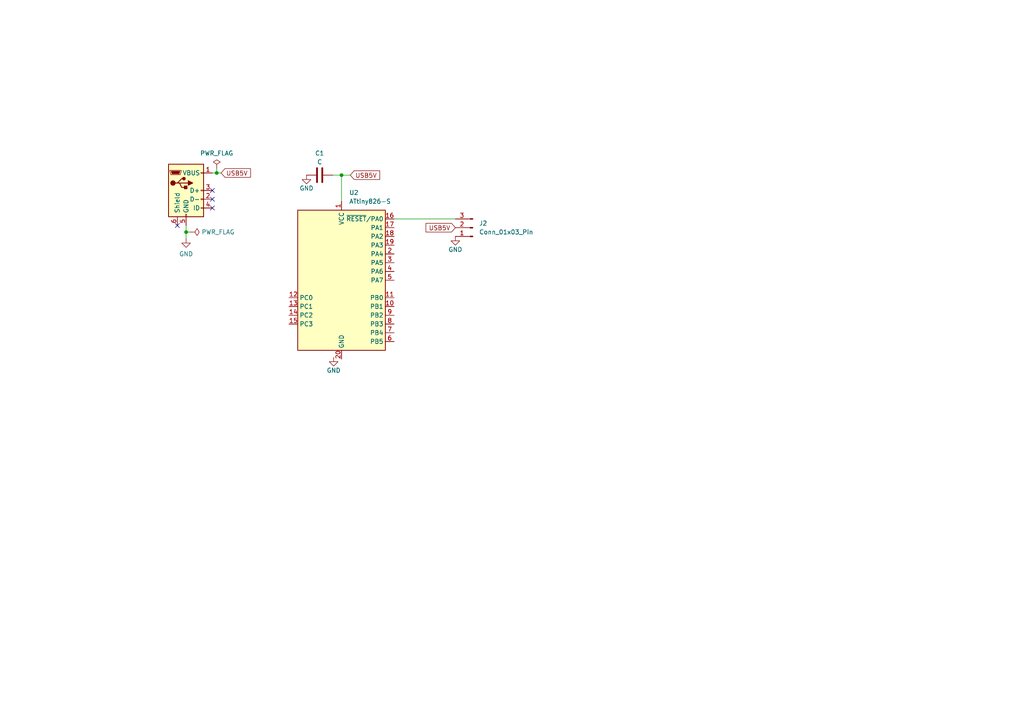
<source format=kicad_sch>
(kicad_sch (version 20230121) (generator eeschema)
  (paper "A4")
  (lib_symbols
    (symbol "Connector:Conn_01x03_Pin" (pin_names (offset 1.016) hide)
      (property "Reference" "J" (at 0 5.08 0))
      (property "Value" "Conn_01x03_Pin" (at 0 -5.08 0))
      (symbol "Conn_01x03_Pin_1_1"
        (polyline (pts (xy 1.27 -2.54) (xy 0.8636 -2.54)) (stroke (width 0.1524)))
        (polyline (pts (xy 1.27 0) (xy 0.8636 0)) (stroke (width 0.1524)))
        (polyline (pts (xy 1.27 2.54) (xy 0.8636 2.54)) (stroke (width 0.1524)))
        (rectangle (start 0.8636 -2.413) (end 0 -2.667) (stroke (width 0.1524)) (fill (type outline)))
        (rectangle (start 0.8636 0.127) (end 0 -0.127) (stroke (width 0.1524)) (fill (type outline)))
        (rectangle (start 0.8636 2.667) (end 0 2.413) (stroke (width 0.1524)) (fill (type outline)))
        (pin passive line (at 5.08 2.54 180) (length 3.81) (name "Pin_1") (number "1"))
        (pin passive line (at 5.08 0 180) (length 3.81) (name "Pin_2") (number "2"))
        (pin passive line (at 5.08 -2.54 180) (length 3.81) (name "Pin_3") (number "3"))
      )
    )
    (symbol "Connector:USB_B_Micro" (pin_names (offset 1.016))
      (property "Reference" "J" (at -5.08 11.43 0))
      (property "Value" "USB_B_Micro" (at -5.08 8.89 0))
      (symbol "USB_B_Micro_0_1"
        (rectangle (start -5.08 -7.62) (end 5.08 7.62) (stroke (width 0.254)) (fill (type background)))
        (circle (center -3.81 2.159) (radius 0.635) (stroke (width 0.254)) (fill (type outline)))
        (circle (center -0.635 3.429) (radius 0.381) (stroke (width 0.254)) (fill (type outline)))
        (rectangle (start -0.127 -7.62) (end 0.127 -6.858))
        (polyline (pts (xy -1.905 2.159) (xy 0.635 2.159)) (stroke (width 0.254)))
        (polyline (pts (xy -3.175 2.159) (xy -2.54 2.159) (xy -1.27 3.429) (xy -0.635 3.429)) (stroke (width 0.254)))
        (polyline (pts (xy -2.54 2.159) (xy -1.905 2.159) (xy -1.27 0.889) (xy 0 0.889)) (stroke (width 0.254)))
        (polyline (pts (xy 0.635 2.794) (xy 0.635 1.524) (xy 1.905 2.159) (xy 0.635 2.794)) (stroke (width 0.254)) (fill (type outline)))
        (polyline (pts (xy -4.318 5.588) (xy -1.778 5.588) (xy -2.032 4.826) (xy -4.064 4.826) (xy -4.318 5.588)) (fill (type outline)))
        (polyline (pts (xy -4.699 5.842) (xy -4.699 5.588) (xy -4.445 4.826) (xy -4.445 4.572) (xy -1.651 4.572) (xy -1.651 4.826) (xy -1.397 5.588) (xy -1.397 5.842) (xy -4.699 5.842)))
        (rectangle (start 0.254 1.27) (end -0.508 0.508) (stroke (width 0.254)) (fill (type outline)))
        (rectangle (start 5.08 -5.207) (end 4.318 -4.953))
        (rectangle (start 5.08 -2.667) (end 4.318 -2.413))
        (rectangle (start 5.08 -0.127) (end 4.318 0.127))
        (rectangle (start 5.08 4.953) (end 4.318 5.207))
      )
      (symbol "USB_B_Micro_1_1"
        (pin power_out line (at 7.62 5.08 180) (length 2.54) (name "VBUS") (number "1"))
        (pin bidirectional line (at 7.62 -2.54 180) (length 2.54) (name "D-") (number "2"))
        (pin bidirectional line (at 7.62 0 180) (length 2.54) (name "D+") (number "3"))
        (pin passive line (at 7.62 -5.08 180) (length 2.54) (name "ID") (number "4"))
        (pin power_out line (at 0 -10.16 90) (length 2.54) (name "GND") (number "5"))
        (pin passive line (at -2.54 -10.16 90) (length 2.54) (name "Shield") (number "6"))
      )
    )
    (symbol "Device:C" (pin_numbers hide) (pin_names (offset 0.254))
      (property "Reference" "C" (at 0.635 2.54 0))
      (property "Value" "C" (at 0.635 -2.54 0))
      (symbol "C_0_1"
        (polyline (pts (xy -2.032 -0.762) (xy 2.032 -0.762)) (stroke (width 0.508)))
        (polyline (pts (xy -2.032 0.762) (xy 2.032 0.762)) (stroke (width 0.508)))
      )
      (symbol "C_1_1"
        (pin passive line (at 0 3.81 270) (length 2.794) (name "~") (number "1"))
        (pin passive line (at 0 -3.81 90) (length 2.794) (name "~") (number "2"))
      )
    )
    (symbol "MCU_Microchip_ATtiny:ATtiny826-S"
      (property "Reference" "U" (at -12.7 21.59 0))
      (property "Value" "ATtiny826-S" (at 2.54 -21.59 0))
      (symbol "ATtiny826-S_0_1"
        (rectangle (start -12.7 -20.32) (end 12.7 20.32) (stroke (width 0.254)) (fill (type background)))
      )
      (symbol "ATtiny826-S_1_1"
        (pin power_in line (at 0 22.86 270) (length 2.54) (name "VCC") (number "1"))
        (pin bidirectional line (at 15.24 -7.62 180) (length 2.54) (name "PB1") (number "10"))
        (pin bidirectional line (at 15.24 -5.08 180) (length 2.54) (name "PB0") (number "11"))
        (pin bidirectional line (at -15.24 -5.08 0) (length 2.54) (name "PC0") (number "12"))
        (pin bidirectional line (at -15.24 -7.62 0) (length 2.54) (name "PC1") (number "13"))
        (pin bidirectional line (at -15.24 -10.16 0) (length 2.54) (name "PC2") (number "14"))
        (pin bidirectional line (at -15.24 -12.7 0) (length 2.54) (name "PC3") (number "15"))
        (pin bidirectional line (at 15.24 17.78 180) (length 2.54) (name "~{RESET}/PA0") (number "16"))
        (pin bidirectional line (at 15.24 15.24 180) (length 2.54) (name "PA1") (number "17"))
        (pin bidirectional line (at 15.24 12.7 180) (length 2.54) (name "PA2") (number "18"))
        (pin bidirectional line (at 15.24 10.16 180) (length 2.54) (name "PA3") (number "19"))
        (pin bidirectional line (at 15.24 7.62 180) (length 2.54) (name "PA4") (number "2"))
        (pin power_in line (at 0 -22.86 90) (length 2.54) (name "GND") (number "20"))
        (pin bidirectional line (at 15.24 5.08 180) (length 2.54) (name "PA5") (number "3"))
        (pin bidirectional line (at 15.24 2.54 180) (length 2.54) (name "PA6") (number "4"))
        (pin bidirectional line (at 15.24 0 180) (length 2.54) (name "PA7") (number "5"))
        (pin bidirectional line (at 15.24 -17.78 180) (length 2.54) (name "PB5") (number "6"))
        (pin bidirectional line (at 15.24 -15.24 180) (length 2.54) (name "PB4") (number "7"))
        (pin bidirectional line (at 15.24 -12.7 180) (length 2.54) (name "PB3") (number "8"))
        (pin bidirectional line (at 15.24 -10.16 180) (length 2.54) (name "PB2") (number "9"))
      )
    )
    (symbol "power:GND" (power) (pin_names (offset 0))
      (property "Value" "GND" (at 0 -3.81 0))
      (symbol "GND_0_1"
        (polyline (pts (xy 0 0) (xy 0 -1.27) (xy 1.27 -1.27) (xy 0 -2.54) (xy -1.27 -1.27) (xy 0 -1.27)))
      )
      (symbol "GND_1_1"
        (pin power_in line (at 0 0 270) (length 0) hide (name "GND") (number "1"))
      )
    )
    (symbol "power:PWR_FLAG" (power) (pin_numbers hide) (pin_names (offset 0) hide)
      (property "Value" "PWR_FLAG" (at 0 3.81 0))
      (symbol "PWR_FLAG_0_0"
        (pin power_out line (at 0 0 90) (length 0) (name "pwr") (number "1"))
      )
      (symbol "PWR_FLAG_0_1"
        (polyline (pts (xy 0 0) (xy 0 1.27) (xy -1.016 1.905) (xy 0 2.54) (xy 1.016 1.905) (xy 0 1.27)))
      )
    )
  )
  (junction (at 99.06 50.8))
  (junction (at 62.865 50.165))
  (junction (at 53.975 67.31))
  (no_connect (at 61.595 55.245))
  (no_connect (at 61.595 60.325))
  (no_connect (at 61.595 57.785))
  (no_connect (at 51.435 65.405))
  (wire (pts (xy 99.06 50.8) (xy 101.6 50.8)))
  (wire (pts (xy 53.975 67.31) (xy 55.245 67.31)))
  (wire (pts (xy 53.975 67.31) (xy 53.975 69.215)))
  (wire (pts (xy 62.865 50.165) (xy 62.865 48.895)))
  (wire (pts (xy 99.06 50.8) (xy 99.06 58.42)))
  (wire (pts (xy 96.52 50.8) (xy 99.06 50.8)))
  (wire (pts (xy 53.975 65.405) (xy 53.975 67.31)))
  (wire (pts (xy 114.3 63.5) (xy 132.08 63.5)))
  (wire (pts (xy 61.595 50.165) (xy 62.865 50.165)))
  (wire (pts (xy 62.865 50.165) (xy 64.135 50.165)))
  (global_label "USB5V" (shape input) (at 101.6 50.8 0) (property "Intersheetrefs" "${INTERSHEET_REFS}" (effects hide)))
  (global_label "USB5V" (shape input) (at 64.135 50.165 0) (property "Intersheetrefs" "${INTERSHEET_REFS}" (effects hide)))
  (global_label "USB5V" (shape input) (at 132.08 66.04 180) (property "Intersheetrefs" "${INTERSHEET_REFS}" (effects hide)))
  (symbol (lib_id "power:PWR_FLAG") (at 55.245 67.31 270) (unit 1)
    (property "Reference" "#FLG01" (effects hide))
    (property "Value" "PWR_FLAG" (at 58.42 67.31 90) (effects (justify left)))
  )
  (symbol (lib_id "power:GND") (at 132.08 68.58 0) (unit 1)
    (property "Reference" "#PWR05" (effects hide))
    (property "Value" "GND" (at 132.08 72.39 0))
  )
  (symbol (lib_id "Connector:Conn_01x03_Pin") (at 137.16 66.04 180) (unit 1)
    (property "Reference" "J2" (at 138.938 64.77 0) (effects (justify right)))
    (property "Value" "Conn_01x03_Pin" (at 138.938 67.31 0) (effects (justify right)))
  )
  (symbol (lib_id "Device:C") (at 92.71 50.8 90) (unit 1)
    (property "Reference" "C1" (at 92.71 44.45 90))
    (property "Value" "C" (at 92.71 46.99 90))
  )
  (symbol (lib_id "MCU_Microchip_ATtiny:ATtiny826-S") (at 99.06 81.28 0) (unit 1)
    (property "Reference" "U2" (at 101.2541 55.88 0) (effects (justify left)))
    (property "Value" "ATtiny826-S" (at 101.2541 58.42 0) (effects (justify left)))
    (property "Footprint" "Package_SO:SOIC-20W_7.5x12.8mm_P1.27mm" (effects hide))
    (property "Datasheet" "https://ww1.microchip.com/downloads/en/DeviceDoc/ATtiny424-426-427-824-826-827-DataSheet-DS40002311A.pdf" (effects hide))
  )
  (symbol (lib_id "power:GND") (at 96.774 103.632 0) (unit 1)
    (property "Reference" "#PWR04" (effects hide))
    (property "Value" "GND" (at 96.774 107.442 0))
  )
  (symbol (lib_id "power:GND") (at 88.9 50.8 0) (unit 1)
    (property "Reference" "#PWR02" (effects hide))
    (property "Value" "GND" (at 88.9 54.61 0))
  )
  (symbol (lib_id "power:GND") (at 53.975 69.215 0) (unit 1)
    (property "Reference" "#PWR01" (effects hide))
    (property "Value" "GND" (at 53.975 73.66 0))
  )
  (symbol (lib_id "power:PWR_FLAG") (at 62.865 48.895 0) (unit 1)
    (property "Reference" "#FLG02" (effects hide))
    (property "Value" "PWR_FLAG" (at 62.865 44.45 0))
  )
  (symbol (lib_id "Connector:USB_B_Micro") (at 53.975 55.245 0) (unit 1)
    (property "Reference" "J1" (effects hide))
    (property "Value" "USB_B_Micro" (effects hide))
  )
)
</source>
